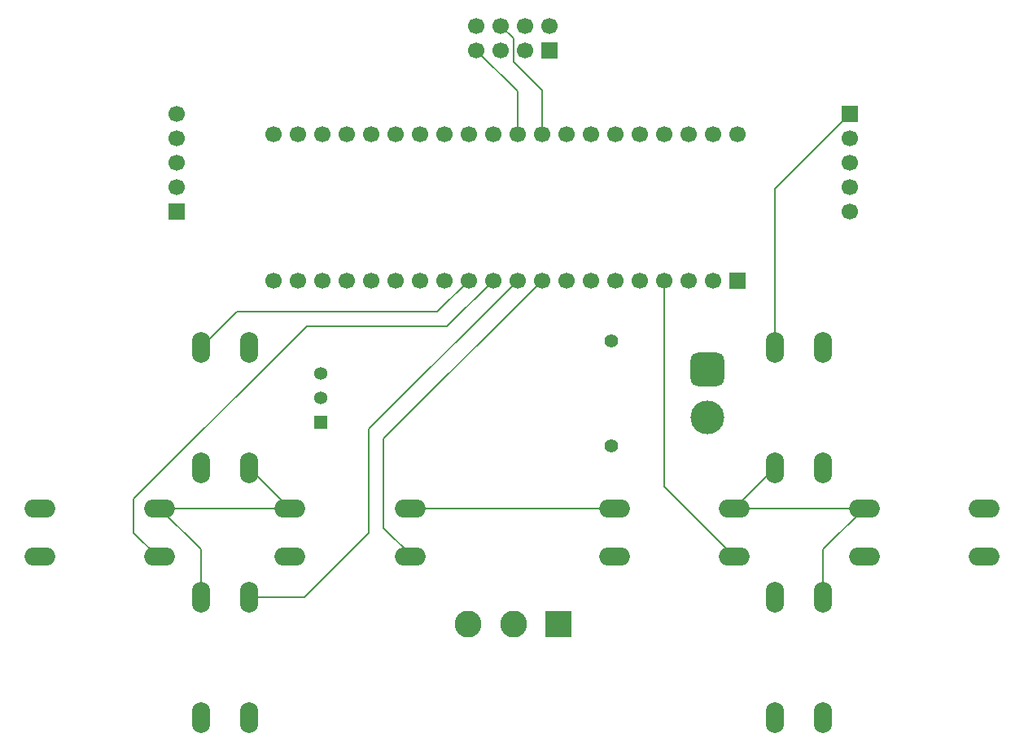
<source format=gbr>
%TF.GenerationSoftware,KiCad,Pcbnew,9.0.2*%
%TF.CreationDate,2025-08-18T15:30:26-04:00*%
%TF.ProjectId,Controller_Simple,436f6e74-726f-46c6-9c65-725f53696d70,rev?*%
%TF.SameCoordinates,Original*%
%TF.FileFunction,Copper,L2,Bot*%
%TF.FilePolarity,Positive*%
%FSLAX46Y46*%
G04 Gerber Fmt 4.6, Leading zero omitted, Abs format (unit mm)*
G04 Created by KiCad (PCBNEW 9.0.2) date 2025-08-18 15:30:26*
%MOMM*%
%LPD*%
G01*
G04 APERTURE LIST*
G04 Aperture macros list*
%AMRoundRect*
0 Rectangle with rounded corners*
0 $1 Rounding radius*
0 $2 $3 $4 $5 $6 $7 $8 $9 X,Y pos of 4 corners*
0 Add a 4 corners polygon primitive as box body*
4,1,4,$2,$3,$4,$5,$6,$7,$8,$9,$2,$3,0*
0 Add four circle primitives for the rounded corners*
1,1,$1+$1,$2,$3*
1,1,$1+$1,$4,$5*
1,1,$1+$1,$6,$7*
1,1,$1+$1,$8,$9*
0 Add four rect primitives between the rounded corners*
20,1,$1+$1,$2,$3,$4,$5,0*
20,1,$1+$1,$4,$5,$6,$7,0*
20,1,$1+$1,$6,$7,$8,$9,0*
20,1,$1+$1,$8,$9,$2,$3,0*%
G04 Aperture macros list end*
%TA.AperFunction,ComponentPad*%
%ADD10O,1.900000X3.200000*%
%TD*%
%TA.AperFunction,ComponentPad*%
%ADD11O,3.200000X1.900000*%
%TD*%
%TA.AperFunction,ComponentPad*%
%ADD12C,1.400000*%
%TD*%
%TA.AperFunction,ComponentPad*%
%ADD13RoundRect,0.770000X0.980000X-0.980000X0.980000X0.980000X-0.980000X0.980000X-0.980000X-0.980000X0*%
%TD*%
%TA.AperFunction,ComponentPad*%
%ADD14C,3.500000*%
%TD*%
%TA.AperFunction,ComponentPad*%
%ADD15R,1.700000X1.700000*%
%TD*%
%TA.AperFunction,ComponentPad*%
%ADD16C,1.700000*%
%TD*%
%TA.AperFunction,ComponentPad*%
%ADD17R,2.794000X2.794000*%
%TD*%
%TA.AperFunction,ComponentPad*%
%ADD18C,2.794000*%
%TD*%
%TA.AperFunction,ComponentPad*%
%ADD19R,1.358000X1.358000*%
%TD*%
%TA.AperFunction,ComponentPad*%
%ADD20C,1.358000*%
%TD*%
%TA.AperFunction,Conductor*%
%ADD21C,0.200000*%
%TD*%
G04 APERTURE END LIST*
D10*
%TO.P,SW5,1,1*%
%TO.N,+5V*%
X82500000Y-58750000D03*
X82500000Y-71250000D03*
%TO.P,SW5,2,2*%
%TO.N,SW8*%
X77500000Y-58750000D03*
X77500000Y-71250000D03*
%TD*%
%TO.P,SW4,1,1*%
%TO.N,+5V*%
X142250000Y-84750000D03*
X142250000Y-97250000D03*
%TO.P,SW4,2,2*%
%TO.N,SW4*%
X137250000Y-84750000D03*
X137250000Y-97250000D03*
%TD*%
D11*
%TO.P,SW8,1,1*%
%TO.N,+5V*%
X60750000Y-75500000D03*
X73250000Y-75500000D03*
%TO.P,SW8,2,2*%
%TO.N,SW6*%
X60750000Y-80500000D03*
X73250000Y-80500000D03*
%TD*%
%TO.P,SW6,1,1*%
%TO.N,+5V*%
X86750000Y-75500000D03*
X99250000Y-75500000D03*
%TO.P,SW6,2,2*%
%TO.N,SW5*%
X86750000Y-80500000D03*
X99250000Y-80500000D03*
%TD*%
D10*
%TO.P,SW2,1,1*%
%TO.N,+5V*%
X137250000Y-71250000D03*
X137250000Y-58750000D03*
%TO.P,SW2,2,2*%
%TO.N,SW2*%
X142250000Y-71250000D03*
X142250000Y-58750000D03*
%TD*%
D12*
%TO.P,J4,*%
%TO.N,*%
X120175000Y-69000000D03*
X120175000Y-58000000D03*
D13*
%TO.P,J4,1,Pin_1*%
%TO.N,GND*%
X130175000Y-61000000D03*
D14*
%TO.P,J4,2,Pin_2*%
%TO.N,Net-(J4-Pin_2)*%
X130175000Y-66000000D03*
%TD*%
D15*
%TO.P,J3,1,Pin_1*%
%TO.N,+5V*%
X145000000Y-34450000D03*
D16*
%TO.P,J3,2,Pin_2*%
%TO.N,GND*%
X145000000Y-36990000D03*
%TO.P,J3,3,Pin_3*%
%TO.N,VRX2*%
X145000000Y-39530000D03*
%TO.P,J3,4,Pin_4*%
%TO.N,VRY2*%
X145000000Y-42070000D03*
%TO.P,J3,5,Pin_5*%
%TO.N,SWJ2*%
X145000000Y-44610000D03*
%TD*%
D15*
%TO.P,J2,1,Pin_1*%
%TO.N,+5V*%
X75000000Y-44580000D03*
D16*
%TO.P,J2,2,Pin_2*%
%TO.N,GND*%
X75000000Y-42040000D03*
%TO.P,J2,3,Pin_3*%
%TO.N,VRX1*%
X75000000Y-39500000D03*
%TO.P,J2,4,Pin_4*%
%TO.N,VRY1*%
X75000000Y-36960000D03*
%TO.P,J2,5,Pin_5*%
%TO.N,SWJ1*%
X75000000Y-34420000D03*
%TD*%
D15*
%TO.P,J1,1,Pin_1*%
%TO.N,+3.3V*%
X113800000Y-27790000D03*
D16*
%TO.P,J1,2,Pin_2*%
%TO.N,GND*%
X113800000Y-25250000D03*
%TO.P,J1,3,Pin_3*%
%TO.N,CE1*%
X111260000Y-27790000D03*
%TO.P,J1,4,Pin_4*%
%TO.N,CSN1*%
X111260000Y-25250000D03*
%TO.P,J1,5,Pin_5*%
%TO.N,SCK1*%
X108720000Y-27790000D03*
%TO.P,J1,6,Pin_6*%
%TO.N,MOSI1*%
X108720000Y-25250000D03*
%TO.P,J1,7,Pin_7*%
%TO.N,MISO1*%
X106180000Y-27790000D03*
%TO.P,J1,8,Pin_8*%
%TO.N,unconnected-(J1-Pin_8-Pad8)*%
X106180000Y-25250000D03*
%TD*%
D10*
%TO.P,SW7,1,1*%
%TO.N,+5V*%
X77500000Y-97250000D03*
X77500000Y-84750000D03*
%TO.P,SW7,2,2*%
%TO.N,SW7*%
X82500000Y-97250000D03*
X82500000Y-84750000D03*
%TD*%
D11*
%TO.P,SW3,1,1*%
%TO.N,+5V*%
X146500000Y-75500000D03*
X159000000Y-75500000D03*
%TO.P,SW3,2,2*%
%TO.N,SW3*%
X146500000Y-80500000D03*
X159000000Y-80500000D03*
%TD*%
D17*
%TO.P,SW9,1,C*%
%TO.N,unconnected-(SW9-C-Pad1)*%
X114699000Y-87500000D03*
D18*
%TO.P,SW9,2,B*%
%TO.N,Net-(J4-Pin_2)*%
X110000000Y-87500000D03*
%TO.P,SW9,3,A*%
%TO.N,Net-(SW9-A)*%
X105301000Y-87500000D03*
%TD*%
D11*
%TO.P,SW1,1,1*%
%TO.N,+5V*%
X120500000Y-75500000D03*
X133000000Y-75500000D03*
%TO.P,SW1,2,2*%
%TO.N,SW1*%
X120500000Y-80500000D03*
X133000000Y-80500000D03*
%TD*%
D15*
%TO.P,U2,1,PB12*%
%TO.N,SW2*%
X133280000Y-51740000D03*
D16*
%TO.P,U2,2,PB13*%
%TO.N,SW3*%
X130740000Y-51740000D03*
%TO.P,U2,3,PB14*%
%TO.N,SW4*%
X128200000Y-51740000D03*
%TO.P,U2,4,PB15*%
%TO.N,SW1*%
X125660000Y-51740000D03*
%TO.P,U2,5,PA8*%
%TO.N,SWJ2*%
X123120000Y-51740000D03*
%TO.P,U2,6,PA9*%
%TO.N,VRY2*%
X120580000Y-51740000D03*
%TO.P,U2,7,PA10*%
%TO.N,VRX2*%
X118040000Y-51740000D03*
%TO.P,U2,8,PA11*%
%TO.N,unconnected-(U2-PA11-Pad8)*%
X115500000Y-51740000D03*
%TO.P,U2,9,PA12*%
%TO.N,SW5*%
X112960000Y-51740000D03*
%TO.P,U2,10,PA15*%
%TO.N,SW7*%
X110420000Y-51740000D03*
%TO.P,U2,11,PB3*%
%TO.N,SW6*%
X107880000Y-51740000D03*
%TO.P,U2,12,PB4*%
%TO.N,SW8*%
X105340000Y-51740000D03*
%TO.P,U2,13,PB5*%
%TO.N,unconnected-(U2-PB5-Pad13)*%
X102800000Y-51740000D03*
%TO.P,U2,14,PB6*%
%TO.N,SWJ1*%
X100260000Y-51740000D03*
%TO.P,U2,15,PB7*%
%TO.N,VRY1*%
X97720000Y-51740000D03*
%TO.P,U2,16,PB8*%
%TO.N,VRX1*%
X95180000Y-51740000D03*
%TO.P,U2,17,PB9*%
%TO.N,unconnected-(U2-PB9-Pad17)*%
X92640000Y-51740000D03*
%TO.P,U2,18,5V*%
%TO.N,+5V*%
X90100000Y-51740000D03*
%TO.P,U2,19,GND*%
%TO.N,GND*%
X87560000Y-51740000D03*
%TO.P,U2,20,3V3*%
%TO.N,+3.3V*%
X85020000Y-51740000D03*
%TO.P,U2,21,VBat*%
%TO.N,unconnected-(U2-VBat-Pad21)*%
X85020000Y-36500000D03*
%TO.P,U2,22,PC13*%
%TO.N,unconnected-(U2-PC13-Pad22)*%
X87560000Y-36500000D03*
%TO.P,U2,23,PC14*%
%TO.N,unconnected-(U2-PC14-Pad23)*%
X90100000Y-36500000D03*
%TO.P,U2,24,PC15*%
%TO.N,unconnected-(U2-PC15-Pad24)*%
X92640000Y-36500000D03*
%TO.P,U2,25,PA0*%
%TO.N,unconnected-(U2-PA0-Pad25)*%
X95180000Y-36500000D03*
%TO.P,U2,26,PA1*%
%TO.N,unconnected-(U2-PA1-Pad26)*%
X97720000Y-36500000D03*
%TO.P,U2,27,PA2*%
%TO.N,unconnected-(U2-PA2-Pad27)*%
X100260000Y-36500000D03*
%TO.P,U2,28,PA3*%
%TO.N,unconnected-(U2-PA3-Pad28)*%
X102800000Y-36500000D03*
%TO.P,U2,29,PA4*%
%TO.N,CSN1*%
X105340000Y-36500000D03*
%TO.P,U2,30,PA5*%
%TO.N,SCK1*%
X107880000Y-36500000D03*
%TO.P,U2,31,PA6*%
%TO.N,MISO1*%
X110420000Y-36500000D03*
%TO.P,U2,32,PA7*%
%TO.N,MOSI1*%
X112960000Y-36500000D03*
%TO.P,U2,33,PB0*%
%TO.N,CE1*%
X115500000Y-36500000D03*
%TO.P,U2,34,PB1*%
%TO.N,unconnected-(U2-PB1-Pad34)*%
X118040000Y-36500000D03*
%TO.P,U2,35,PB10*%
%TO.N,unconnected-(U2-PB10-Pad35)*%
X120580000Y-36500000D03*
%TO.P,U2,36,PB11*%
%TO.N,unconnected-(U2-PB11-Pad36)*%
X123120000Y-36500000D03*
%TO.P,U2,37,RST*%
%TO.N,unconnected-(U2-RST-Pad37)*%
X125660000Y-36500000D03*
%TO.P,U2,38,3V3*%
%TO.N,+3.3V*%
X128200000Y-36500000D03*
%TO.P,U2,39,GND*%
%TO.N,GND*%
X130740000Y-36500000D03*
%TO.P,U2,40,GND*%
X133280000Y-36500000D03*
%TD*%
D19*
%TO.P,PS1,1,+VIN*%
%TO.N,+12V*%
X90000000Y-66540000D03*
D20*
%TO.P,PS1,2,GND*%
%TO.N,GND*%
X90000000Y-64000000D03*
%TO.P,PS1,3,+VOUT*%
%TO.N,+5V*%
X90000000Y-61460000D03*
%TD*%
D21*
%TO.N,+5V*%
X90000000Y-51840000D02*
X90100000Y-51740000D01*
X137250000Y-42200000D02*
X145000000Y-34450000D01*
X142250000Y-84750000D02*
X142250000Y-79750000D01*
X82500000Y-71250000D02*
X86750000Y-75500000D01*
X133000000Y-75500000D02*
X146500000Y-75500000D01*
X133000000Y-75500000D02*
X137250000Y-71250000D01*
X99250000Y-75500000D02*
X120500000Y-75500000D01*
X137250000Y-58750000D02*
X137250000Y-42200000D01*
X142250000Y-79750000D02*
X146500000Y-75500000D01*
X77500000Y-84750000D02*
X77500000Y-79750000D01*
X77500000Y-79750000D02*
X73250000Y-75500000D01*
X73250000Y-75500000D02*
X86750000Y-75500000D01*
%TO.N,MOSI1*%
X110000000Y-26530000D02*
X108720000Y-25250000D01*
X110000000Y-29000000D02*
X110000000Y-26530000D01*
X112960000Y-31960000D02*
X112960000Y-36500000D01*
X110000000Y-29000000D02*
X112960000Y-31960000D01*
%TO.N,MISO1*%
X110420000Y-32030000D02*
X110420000Y-36500000D01*
X106180000Y-27790000D02*
X110420000Y-32030000D01*
%TO.N,SW1*%
X133000000Y-80500000D02*
X125660000Y-73160000D01*
X125660000Y-73160000D02*
X125660000Y-51740000D01*
%TO.N,SW8*%
X77500000Y-58750000D02*
X81250000Y-55000000D01*
X102080000Y-55000000D02*
X105340000Y-51740000D01*
X81250000Y-55000000D02*
X102080000Y-55000000D01*
%TO.N,SW5*%
X99500000Y-80500000D02*
X96500000Y-77500000D01*
X96500000Y-77500000D02*
X96500000Y-68200000D01*
X99250000Y-80500000D02*
X99500000Y-80500000D01*
X96500000Y-68200000D02*
X112960000Y-51740000D01*
%TO.N,SW7*%
X95000000Y-67160000D02*
X95000000Y-78000000D01*
X88250000Y-84750000D02*
X82500000Y-84750000D01*
X110420000Y-51740000D02*
X95000000Y-67160000D01*
X95000000Y-78000000D02*
X88250000Y-84750000D01*
%TO.N,SW6*%
X70500000Y-74500000D02*
X88500000Y-56500000D01*
X103120000Y-56500000D02*
X107880000Y-51740000D01*
X73000000Y-80500000D02*
X70500000Y-78000000D01*
X73250000Y-80500000D02*
X73000000Y-80500000D01*
X70500000Y-78000000D02*
X70500000Y-74500000D01*
X88500000Y-56500000D02*
X103120000Y-56500000D01*
%TD*%
M02*

</source>
